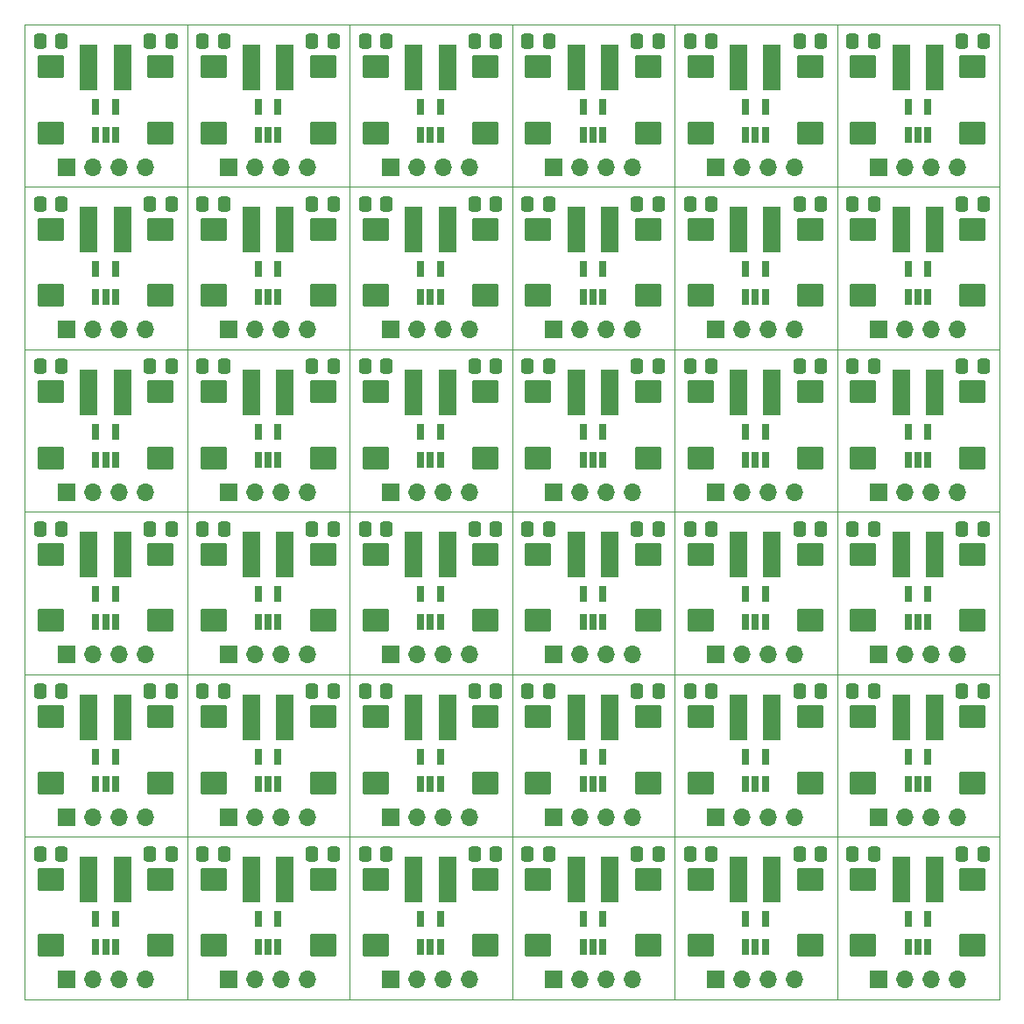
<source format=gbr>
%TF.GenerationSoftware,KiCad,Pcbnew,6.0.11-2627ca5db0~126~ubuntu20.04.1*%
%TF.CreationDate,2023-04-18T12:28:58-05:00*%
%TF.ProjectId,,58585858-5858-4585-9858-585858585858,rev?*%
%TF.SameCoordinates,Original*%
%TF.FileFunction,Soldermask,Top*%
%TF.FilePolarity,Negative*%
%FSLAX46Y46*%
G04 Gerber Fmt 4.6, Leading zero omitted, Abs format (unit mm)*
G04 Created by KiCad (PCBNEW 6.0.11-2627ca5db0~126~ubuntu20.04.1) date 2023-04-18 12:28:58*
%MOMM*%
%LPD*%
G01*
G04 APERTURE LIST*
G04 Aperture macros list*
%AMRoundRect*
0 Rectangle with rounded corners*
0 $1 Rounding radius*
0 $2 $3 $4 $5 $6 $7 $8 $9 X,Y pos of 4 corners*
0 Add a 4 corners polygon primitive as box body*
4,1,4,$2,$3,$4,$5,$6,$7,$8,$9,$2,$3,0*
0 Add four circle primitives for the rounded corners*
1,1,$1+$1,$2,$3*
1,1,$1+$1,$4,$5*
1,1,$1+$1,$6,$7*
1,1,$1+$1,$8,$9*
0 Add four rect primitives between the rounded corners*
20,1,$1+$1,$2,$3,$4,$5,0*
20,1,$1+$1,$4,$5,$6,$7,0*
20,1,$1+$1,$6,$7,$8,$9,0*
20,1,$1+$1,$8,$9,$2,$3,0*%
G04 Aperture macros list end*
%TA.AperFunction,Profile*%
%ADD10C,0.100000*%
%TD*%
%ADD11RoundRect,0.250000X-0.337500X-0.475000X0.337500X-0.475000X0.337500X0.475000X-0.337500X0.475000X0*%
%ADD12RoundRect,0.250000X-1.025000X0.875000X-1.025000X-0.875000X1.025000X-0.875000X1.025000X0.875000X0*%
%ADD13R,1.750000X4.500000*%
%ADD14R,0.650000X1.560000*%
%ADD15RoundRect,0.250000X0.337500X0.475000X-0.337500X0.475000X-0.337500X-0.475000X0.337500X-0.475000X0*%
%ADD16R,1.700000X1.700000*%
%ADD17O,1.700000X1.700000*%
G04 APERTURE END LIST*
D10*
X178020000Y-126760000D02*
X178020000Y-142460000D01*
X162320000Y-126760000D02*
X162320000Y-142460000D01*
X162320000Y-142460000D02*
X178020000Y-142460000D01*
X162320000Y-126760000D02*
X178020000Y-126760000D01*
X162320000Y-126760000D02*
X162320000Y-142460000D01*
X146620000Y-126760000D02*
X146620000Y-142460000D01*
X146620000Y-142460000D02*
X162320000Y-142460000D01*
X146620000Y-126760000D02*
X162320000Y-126760000D01*
X146620000Y-126760000D02*
X146620000Y-142460000D01*
X130920000Y-126760000D02*
X130920000Y-142460000D01*
X130920000Y-142460000D02*
X146620000Y-142460000D01*
X130920000Y-126760000D02*
X146620000Y-126760000D01*
X130920000Y-126760000D02*
X130920000Y-142460000D01*
X115220000Y-126760000D02*
X115220000Y-142460000D01*
X115220000Y-142460000D02*
X130920000Y-142460000D01*
X115220000Y-126760000D02*
X130920000Y-126760000D01*
X115220000Y-126760000D02*
X115220000Y-142460000D01*
X99520000Y-126760000D02*
X99520000Y-142460000D01*
X99520000Y-142460000D02*
X115220000Y-142460000D01*
X99520000Y-126760000D02*
X115220000Y-126760000D01*
X99520000Y-126760000D02*
X99520000Y-142460000D01*
X83820000Y-126760000D02*
X83820000Y-142460000D01*
X83820000Y-142460000D02*
X99520000Y-142460000D01*
X83820000Y-126760000D02*
X99520000Y-126760000D01*
X178020000Y-111060000D02*
X178020000Y-126760000D01*
X162320000Y-111060000D02*
X162320000Y-126760000D01*
X162320000Y-126760000D02*
X178020000Y-126760000D01*
X162320000Y-111060000D02*
X178020000Y-111060000D01*
X162320000Y-111060000D02*
X162320000Y-126760000D01*
X146620000Y-111060000D02*
X146620000Y-126760000D01*
X146620000Y-126760000D02*
X162320000Y-126760000D01*
X146620000Y-111060000D02*
X162320000Y-111060000D01*
X146620000Y-111060000D02*
X146620000Y-126760000D01*
X130920000Y-111060000D02*
X130920000Y-126760000D01*
X130920000Y-126760000D02*
X146620000Y-126760000D01*
X130920000Y-111060000D02*
X146620000Y-111060000D01*
X130920000Y-111060000D02*
X130920000Y-126760000D01*
X115220000Y-111060000D02*
X115220000Y-126760000D01*
X115220000Y-126760000D02*
X130920000Y-126760000D01*
X115220000Y-111060000D02*
X130920000Y-111060000D01*
X115220000Y-111060000D02*
X115220000Y-126760000D01*
X99520000Y-111060000D02*
X99520000Y-126760000D01*
X99520000Y-126760000D02*
X115220000Y-126760000D01*
X99520000Y-111060000D02*
X115220000Y-111060000D01*
X99520000Y-111060000D02*
X99520000Y-126760000D01*
X83820000Y-111060000D02*
X83820000Y-126760000D01*
X83820000Y-126760000D02*
X99520000Y-126760000D01*
X83820000Y-111060000D02*
X99520000Y-111060000D01*
X178020000Y-95360000D02*
X178020000Y-111060000D01*
X162320000Y-95360000D02*
X162320000Y-111060000D01*
X162320000Y-111060000D02*
X178020000Y-111060000D01*
X162320000Y-95360000D02*
X178020000Y-95360000D01*
X162320000Y-95360000D02*
X162320000Y-111060000D01*
X146620000Y-95360000D02*
X146620000Y-111060000D01*
X146620000Y-111060000D02*
X162320000Y-111060000D01*
X146620000Y-95360000D02*
X162320000Y-95360000D01*
X146620000Y-95360000D02*
X146620000Y-111060000D01*
X130920000Y-95360000D02*
X130920000Y-111060000D01*
X130920000Y-111060000D02*
X146620000Y-111060000D01*
X130920000Y-95360000D02*
X146620000Y-95360000D01*
X130920000Y-95360000D02*
X130920000Y-111060000D01*
X115220000Y-95360000D02*
X115220000Y-111060000D01*
X115220000Y-111060000D02*
X130920000Y-111060000D01*
X115220000Y-95360000D02*
X130920000Y-95360000D01*
X115220000Y-95360000D02*
X115220000Y-111060000D01*
X99520000Y-95360000D02*
X99520000Y-111060000D01*
X99520000Y-111060000D02*
X115220000Y-111060000D01*
X99520000Y-95360000D02*
X115220000Y-95360000D01*
X99520000Y-95360000D02*
X99520000Y-111060000D01*
X83820000Y-95360000D02*
X83820000Y-111060000D01*
X83820000Y-111060000D02*
X99520000Y-111060000D01*
X83820000Y-95360000D02*
X99520000Y-95360000D01*
X178020000Y-79660000D02*
X178020000Y-95360000D01*
X162320000Y-79660000D02*
X162320000Y-95360000D01*
X162320000Y-95360000D02*
X178020000Y-95360000D01*
X162320000Y-79660000D02*
X178020000Y-79660000D01*
X162320000Y-79660000D02*
X162320000Y-95360000D01*
X146620000Y-79660000D02*
X146620000Y-95360000D01*
X146620000Y-95360000D02*
X162320000Y-95360000D01*
X146620000Y-79660000D02*
X162320000Y-79660000D01*
X146620000Y-79660000D02*
X146620000Y-95360000D01*
X130920000Y-79660000D02*
X130920000Y-95360000D01*
X130920000Y-95360000D02*
X146620000Y-95360000D01*
X130920000Y-79660000D02*
X146620000Y-79660000D01*
X130920000Y-79660000D02*
X130920000Y-95360000D01*
X115220000Y-79660000D02*
X115220000Y-95360000D01*
X115220000Y-95360000D02*
X130920000Y-95360000D01*
X115220000Y-79660000D02*
X130920000Y-79660000D01*
X115220000Y-79660000D02*
X115220000Y-95360000D01*
X99520000Y-79660000D02*
X99520000Y-95360000D01*
X99520000Y-95360000D02*
X115220000Y-95360000D01*
X99520000Y-79660000D02*
X115220000Y-79660000D01*
X99520000Y-79660000D02*
X99520000Y-95360000D01*
X83820000Y-79660000D02*
X83820000Y-95360000D01*
X83820000Y-95360000D02*
X99520000Y-95360000D01*
X83820000Y-79660000D02*
X99520000Y-79660000D01*
X178020000Y-63960000D02*
X178020000Y-79660000D01*
X162320000Y-63960000D02*
X162320000Y-79660000D01*
X162320000Y-79660000D02*
X178020000Y-79660000D01*
X162320000Y-63960000D02*
X178020000Y-63960000D01*
X162320000Y-63960000D02*
X162320000Y-79660000D01*
X146620000Y-63960000D02*
X146620000Y-79660000D01*
X146620000Y-79660000D02*
X162320000Y-79660000D01*
X146620000Y-63960000D02*
X162320000Y-63960000D01*
X146620000Y-63960000D02*
X146620000Y-79660000D01*
X130920000Y-63960000D02*
X130920000Y-79660000D01*
X130920000Y-79660000D02*
X146620000Y-79660000D01*
X130920000Y-63960000D02*
X146620000Y-63960000D01*
X130920000Y-63960000D02*
X130920000Y-79660000D01*
X115220000Y-63960000D02*
X115220000Y-79660000D01*
X115220000Y-79660000D02*
X130920000Y-79660000D01*
X115220000Y-63960000D02*
X130920000Y-63960000D01*
X115220000Y-63960000D02*
X115220000Y-79660000D01*
X99520000Y-63960000D02*
X99520000Y-79660000D01*
X99520000Y-79660000D02*
X115220000Y-79660000D01*
X99520000Y-63960000D02*
X115220000Y-63960000D01*
X99520000Y-63960000D02*
X99520000Y-79660000D01*
X83820000Y-63960000D02*
X83820000Y-79660000D01*
X83820000Y-79660000D02*
X99520000Y-79660000D01*
X83820000Y-63960000D02*
X99520000Y-63960000D01*
X178020000Y-48260000D02*
X178020000Y-63960000D01*
X162320000Y-48260000D02*
X162320000Y-63960000D01*
X162320000Y-63960000D02*
X178020000Y-63960000D01*
X162320000Y-48260000D02*
X178020000Y-48260000D01*
X162320000Y-48260000D02*
X162320000Y-63960000D01*
X146620000Y-48260000D02*
X146620000Y-63960000D01*
X146620000Y-63960000D02*
X162320000Y-63960000D01*
X146620000Y-48260000D02*
X162320000Y-48260000D01*
X146620000Y-48260000D02*
X146620000Y-63960000D01*
X130920000Y-48260000D02*
X130920000Y-63960000D01*
X130920000Y-63960000D02*
X146620000Y-63960000D01*
X130920000Y-48260000D02*
X146620000Y-48260000D01*
X130920000Y-48260000D02*
X130920000Y-63960000D01*
X115220000Y-48260000D02*
X115220000Y-63960000D01*
X115220000Y-63960000D02*
X130920000Y-63960000D01*
X115220000Y-48260000D02*
X130920000Y-48260000D01*
X115220000Y-48260000D02*
X115220000Y-63960000D01*
X99520000Y-48260000D02*
X99520000Y-63960000D01*
X99520000Y-63960000D02*
X115220000Y-63960000D01*
X99520000Y-48260000D02*
X115220000Y-48260000D01*
X99520000Y-48260000D02*
X99520000Y-63960000D01*
X83820000Y-48260000D02*
X83820000Y-63960000D01*
X83820000Y-48260000D02*
X99520000Y-48260000D01*
X83820000Y-63960000D02*
X99520000Y-63960000D01*
D11*
%TO.C,C3*%
X163798500Y-128410000D03*
X165873500Y-128410000D03*
%TD*%
D12*
%TO.C,C2*%
X164836000Y-130860000D03*
X164836000Y-137260000D03*
%TD*%
D13*
%TO.C,L1*%
X171745000Y-130900000D03*
X168495000Y-130900000D03*
%TD*%
D14*
%TO.C,U1*%
X169170000Y-137410000D03*
X170120000Y-137410000D03*
X171070000Y-137410000D03*
X171070000Y-134710000D03*
X169170000Y-134710000D03*
%TD*%
D12*
%TO.C,C1*%
X175428000Y-130860000D03*
X175428000Y-137260000D03*
%TD*%
D15*
%TO.C,C4*%
X176465500Y-128410000D03*
X174390500Y-128410000D03*
%TD*%
D16*
%TO.C,J1*%
X166307000Y-140560000D03*
D17*
X168847000Y-140560000D03*
X171387000Y-140560000D03*
X173927000Y-140560000D03*
%TD*%
D11*
%TO.C,C3*%
X148098500Y-128410000D03*
X150173500Y-128410000D03*
%TD*%
D12*
%TO.C,C2*%
X149136000Y-130860000D03*
X149136000Y-137260000D03*
%TD*%
D13*
%TO.C,L1*%
X156045000Y-130900000D03*
X152795000Y-130900000D03*
%TD*%
D14*
%TO.C,U1*%
X153470000Y-137410000D03*
X154420000Y-137410000D03*
X155370000Y-137410000D03*
X155370000Y-134710000D03*
X153470000Y-134710000D03*
%TD*%
D12*
%TO.C,C1*%
X159728000Y-130860000D03*
X159728000Y-137260000D03*
%TD*%
D15*
%TO.C,C4*%
X160765500Y-128410000D03*
X158690500Y-128410000D03*
%TD*%
D16*
%TO.C,J1*%
X150607000Y-140560000D03*
D17*
X153147000Y-140560000D03*
X155687000Y-140560000D03*
X158227000Y-140560000D03*
%TD*%
D11*
%TO.C,C3*%
X132398500Y-128410000D03*
X134473500Y-128410000D03*
%TD*%
D12*
%TO.C,C2*%
X133436000Y-130860000D03*
X133436000Y-137260000D03*
%TD*%
D13*
%TO.C,L1*%
X140345000Y-130900000D03*
X137095000Y-130900000D03*
%TD*%
D14*
%TO.C,U1*%
X137770000Y-137410000D03*
X138720000Y-137410000D03*
X139670000Y-137410000D03*
X139670000Y-134710000D03*
X137770000Y-134710000D03*
%TD*%
D12*
%TO.C,C1*%
X144028000Y-130860000D03*
X144028000Y-137260000D03*
%TD*%
D15*
%TO.C,C4*%
X145065500Y-128410000D03*
X142990500Y-128410000D03*
%TD*%
D16*
%TO.C,J1*%
X134907000Y-140560000D03*
D17*
X137447000Y-140560000D03*
X139987000Y-140560000D03*
X142527000Y-140560000D03*
%TD*%
D11*
%TO.C,C3*%
X116698500Y-128410000D03*
X118773500Y-128410000D03*
%TD*%
D12*
%TO.C,C2*%
X117736000Y-130860000D03*
X117736000Y-137260000D03*
%TD*%
D13*
%TO.C,L1*%
X124645000Y-130900000D03*
X121395000Y-130900000D03*
%TD*%
D14*
%TO.C,U1*%
X122070000Y-137410000D03*
X123020000Y-137410000D03*
X123970000Y-137410000D03*
X123970000Y-134710000D03*
X122070000Y-134710000D03*
%TD*%
D12*
%TO.C,C1*%
X128328000Y-130860000D03*
X128328000Y-137260000D03*
%TD*%
D15*
%TO.C,C4*%
X129365500Y-128410000D03*
X127290500Y-128410000D03*
%TD*%
D16*
%TO.C,J1*%
X119207000Y-140560000D03*
D17*
X121747000Y-140560000D03*
X124287000Y-140560000D03*
X126827000Y-140560000D03*
%TD*%
D11*
%TO.C,C3*%
X100998500Y-128410000D03*
X103073500Y-128410000D03*
%TD*%
D12*
%TO.C,C2*%
X102036000Y-130860000D03*
X102036000Y-137260000D03*
%TD*%
D13*
%TO.C,L1*%
X108945000Y-130900000D03*
X105695000Y-130900000D03*
%TD*%
D14*
%TO.C,U1*%
X106370000Y-137410000D03*
X107320000Y-137410000D03*
X108270000Y-137410000D03*
X108270000Y-134710000D03*
X106370000Y-134710000D03*
%TD*%
D12*
%TO.C,C1*%
X112628000Y-130860000D03*
X112628000Y-137260000D03*
%TD*%
D15*
%TO.C,C4*%
X113665500Y-128410000D03*
X111590500Y-128410000D03*
%TD*%
D16*
%TO.C,J1*%
X103507000Y-140560000D03*
D17*
X106047000Y-140560000D03*
X108587000Y-140560000D03*
X111127000Y-140560000D03*
%TD*%
D11*
%TO.C,C3*%
X85298500Y-128410000D03*
X87373500Y-128410000D03*
%TD*%
D12*
%TO.C,C2*%
X86336000Y-130860000D03*
X86336000Y-137260000D03*
%TD*%
D13*
%TO.C,L1*%
X93245000Y-130900000D03*
X89995000Y-130900000D03*
%TD*%
D14*
%TO.C,U1*%
X90670000Y-137410000D03*
X91620000Y-137410000D03*
X92570000Y-137410000D03*
X92570000Y-134710000D03*
X90670000Y-134710000D03*
%TD*%
D12*
%TO.C,C1*%
X96928000Y-130860000D03*
X96928000Y-137260000D03*
%TD*%
D15*
%TO.C,C4*%
X97965500Y-128410000D03*
X95890500Y-128410000D03*
%TD*%
D16*
%TO.C,J1*%
X87807000Y-140560000D03*
D17*
X90347000Y-140560000D03*
X92887000Y-140560000D03*
X95427000Y-140560000D03*
%TD*%
D11*
%TO.C,C3*%
X163798500Y-112710000D03*
X165873500Y-112710000D03*
%TD*%
D12*
%TO.C,C2*%
X164836000Y-115160000D03*
X164836000Y-121560000D03*
%TD*%
D13*
%TO.C,L1*%
X171745000Y-115200000D03*
X168495000Y-115200000D03*
%TD*%
D14*
%TO.C,U1*%
X169170000Y-121710000D03*
X170120000Y-121710000D03*
X171070000Y-121710000D03*
X171070000Y-119010000D03*
X169170000Y-119010000D03*
%TD*%
D12*
%TO.C,C1*%
X175428000Y-115160000D03*
X175428000Y-121560000D03*
%TD*%
D15*
%TO.C,C4*%
X176465500Y-112710000D03*
X174390500Y-112710000D03*
%TD*%
D16*
%TO.C,J1*%
X166307000Y-124860000D03*
D17*
X168847000Y-124860000D03*
X171387000Y-124860000D03*
X173927000Y-124860000D03*
%TD*%
D11*
%TO.C,C3*%
X148098500Y-112710000D03*
X150173500Y-112710000D03*
%TD*%
D12*
%TO.C,C2*%
X149136000Y-115160000D03*
X149136000Y-121560000D03*
%TD*%
D13*
%TO.C,L1*%
X156045000Y-115200000D03*
X152795000Y-115200000D03*
%TD*%
D14*
%TO.C,U1*%
X153470000Y-121710000D03*
X154420000Y-121710000D03*
X155370000Y-121710000D03*
X155370000Y-119010000D03*
X153470000Y-119010000D03*
%TD*%
D12*
%TO.C,C1*%
X159728000Y-115160000D03*
X159728000Y-121560000D03*
%TD*%
D15*
%TO.C,C4*%
X160765500Y-112710000D03*
X158690500Y-112710000D03*
%TD*%
D16*
%TO.C,J1*%
X150607000Y-124860000D03*
D17*
X153147000Y-124860000D03*
X155687000Y-124860000D03*
X158227000Y-124860000D03*
%TD*%
D11*
%TO.C,C3*%
X132398500Y-112710000D03*
X134473500Y-112710000D03*
%TD*%
D12*
%TO.C,C2*%
X133436000Y-115160000D03*
X133436000Y-121560000D03*
%TD*%
D13*
%TO.C,L1*%
X140345000Y-115200000D03*
X137095000Y-115200000D03*
%TD*%
D14*
%TO.C,U1*%
X137770000Y-121710000D03*
X138720000Y-121710000D03*
X139670000Y-121710000D03*
X139670000Y-119010000D03*
X137770000Y-119010000D03*
%TD*%
D12*
%TO.C,C1*%
X144028000Y-115160000D03*
X144028000Y-121560000D03*
%TD*%
D15*
%TO.C,C4*%
X145065500Y-112710000D03*
X142990500Y-112710000D03*
%TD*%
D16*
%TO.C,J1*%
X134907000Y-124860000D03*
D17*
X137447000Y-124860000D03*
X139987000Y-124860000D03*
X142527000Y-124860000D03*
%TD*%
D11*
%TO.C,C3*%
X116698500Y-112710000D03*
X118773500Y-112710000D03*
%TD*%
D12*
%TO.C,C2*%
X117736000Y-115160000D03*
X117736000Y-121560000D03*
%TD*%
D13*
%TO.C,L1*%
X124645000Y-115200000D03*
X121395000Y-115200000D03*
%TD*%
D14*
%TO.C,U1*%
X122070000Y-121710000D03*
X123020000Y-121710000D03*
X123970000Y-121710000D03*
X123970000Y-119010000D03*
X122070000Y-119010000D03*
%TD*%
D12*
%TO.C,C1*%
X128328000Y-115160000D03*
X128328000Y-121560000D03*
%TD*%
D15*
%TO.C,C4*%
X129365500Y-112710000D03*
X127290500Y-112710000D03*
%TD*%
D16*
%TO.C,J1*%
X119207000Y-124860000D03*
D17*
X121747000Y-124860000D03*
X124287000Y-124860000D03*
X126827000Y-124860000D03*
%TD*%
D11*
%TO.C,C3*%
X100998500Y-112710000D03*
X103073500Y-112710000D03*
%TD*%
D12*
%TO.C,C2*%
X102036000Y-115160000D03*
X102036000Y-121560000D03*
%TD*%
D13*
%TO.C,L1*%
X108945000Y-115200000D03*
X105695000Y-115200000D03*
%TD*%
D14*
%TO.C,U1*%
X106370000Y-121710000D03*
X107320000Y-121710000D03*
X108270000Y-121710000D03*
X108270000Y-119010000D03*
X106370000Y-119010000D03*
%TD*%
D12*
%TO.C,C1*%
X112628000Y-115160000D03*
X112628000Y-121560000D03*
%TD*%
D15*
%TO.C,C4*%
X113665500Y-112710000D03*
X111590500Y-112710000D03*
%TD*%
D16*
%TO.C,J1*%
X103507000Y-124860000D03*
D17*
X106047000Y-124860000D03*
X108587000Y-124860000D03*
X111127000Y-124860000D03*
%TD*%
D11*
%TO.C,C3*%
X85298500Y-112710000D03*
X87373500Y-112710000D03*
%TD*%
D12*
%TO.C,C2*%
X86336000Y-115160000D03*
X86336000Y-121560000D03*
%TD*%
D13*
%TO.C,L1*%
X93245000Y-115200000D03*
X89995000Y-115200000D03*
%TD*%
D14*
%TO.C,U1*%
X90670000Y-121710000D03*
X91620000Y-121710000D03*
X92570000Y-121710000D03*
X92570000Y-119010000D03*
X90670000Y-119010000D03*
%TD*%
D12*
%TO.C,C1*%
X96928000Y-115160000D03*
X96928000Y-121560000D03*
%TD*%
D15*
%TO.C,C4*%
X97965500Y-112710000D03*
X95890500Y-112710000D03*
%TD*%
D16*
%TO.C,J1*%
X87807000Y-124860000D03*
D17*
X90347000Y-124860000D03*
X92887000Y-124860000D03*
X95427000Y-124860000D03*
%TD*%
D11*
%TO.C,C3*%
X163798500Y-97010000D03*
X165873500Y-97010000D03*
%TD*%
D12*
%TO.C,C2*%
X164836000Y-99460000D03*
X164836000Y-105860000D03*
%TD*%
D13*
%TO.C,L1*%
X171745000Y-99500000D03*
X168495000Y-99500000D03*
%TD*%
D14*
%TO.C,U1*%
X169170000Y-106010000D03*
X170120000Y-106010000D03*
X171070000Y-106010000D03*
X171070000Y-103310000D03*
X169170000Y-103310000D03*
%TD*%
D12*
%TO.C,C1*%
X175428000Y-99460000D03*
X175428000Y-105860000D03*
%TD*%
D15*
%TO.C,C4*%
X176465500Y-97010000D03*
X174390500Y-97010000D03*
%TD*%
D16*
%TO.C,J1*%
X166307000Y-109160000D03*
D17*
X168847000Y-109160000D03*
X171387000Y-109160000D03*
X173927000Y-109160000D03*
%TD*%
D11*
%TO.C,C3*%
X148098500Y-97010000D03*
X150173500Y-97010000D03*
%TD*%
D12*
%TO.C,C2*%
X149136000Y-99460000D03*
X149136000Y-105860000D03*
%TD*%
D13*
%TO.C,L1*%
X156045000Y-99500000D03*
X152795000Y-99500000D03*
%TD*%
D14*
%TO.C,U1*%
X153470000Y-106010000D03*
X154420000Y-106010000D03*
X155370000Y-106010000D03*
X155370000Y-103310000D03*
X153470000Y-103310000D03*
%TD*%
D12*
%TO.C,C1*%
X159728000Y-99460000D03*
X159728000Y-105860000D03*
%TD*%
D15*
%TO.C,C4*%
X160765500Y-97010000D03*
X158690500Y-97010000D03*
%TD*%
D16*
%TO.C,J1*%
X150607000Y-109160000D03*
D17*
X153147000Y-109160000D03*
X155687000Y-109160000D03*
X158227000Y-109160000D03*
%TD*%
D11*
%TO.C,C3*%
X132398500Y-97010000D03*
X134473500Y-97010000D03*
%TD*%
D12*
%TO.C,C2*%
X133436000Y-99460000D03*
X133436000Y-105860000D03*
%TD*%
D13*
%TO.C,L1*%
X140345000Y-99500000D03*
X137095000Y-99500000D03*
%TD*%
D14*
%TO.C,U1*%
X137770000Y-106010000D03*
X138720000Y-106010000D03*
X139670000Y-106010000D03*
X139670000Y-103310000D03*
X137770000Y-103310000D03*
%TD*%
D12*
%TO.C,C1*%
X144028000Y-99460000D03*
X144028000Y-105860000D03*
%TD*%
D15*
%TO.C,C4*%
X145065500Y-97010000D03*
X142990500Y-97010000D03*
%TD*%
D16*
%TO.C,J1*%
X134907000Y-109160000D03*
D17*
X137447000Y-109160000D03*
X139987000Y-109160000D03*
X142527000Y-109160000D03*
%TD*%
D11*
%TO.C,C3*%
X116698500Y-97010000D03*
X118773500Y-97010000D03*
%TD*%
D12*
%TO.C,C2*%
X117736000Y-99460000D03*
X117736000Y-105860000D03*
%TD*%
D13*
%TO.C,L1*%
X124645000Y-99500000D03*
X121395000Y-99500000D03*
%TD*%
D14*
%TO.C,U1*%
X122070000Y-106010000D03*
X123020000Y-106010000D03*
X123970000Y-106010000D03*
X123970000Y-103310000D03*
X122070000Y-103310000D03*
%TD*%
D12*
%TO.C,C1*%
X128328000Y-99460000D03*
X128328000Y-105860000D03*
%TD*%
D15*
%TO.C,C4*%
X129365500Y-97010000D03*
X127290500Y-97010000D03*
%TD*%
D16*
%TO.C,J1*%
X119207000Y-109160000D03*
D17*
X121747000Y-109160000D03*
X124287000Y-109160000D03*
X126827000Y-109160000D03*
%TD*%
D11*
%TO.C,C3*%
X100998500Y-97010000D03*
X103073500Y-97010000D03*
%TD*%
D12*
%TO.C,C2*%
X102036000Y-99460000D03*
X102036000Y-105860000D03*
%TD*%
D13*
%TO.C,L1*%
X108945000Y-99500000D03*
X105695000Y-99500000D03*
%TD*%
D14*
%TO.C,U1*%
X106370000Y-106010000D03*
X107320000Y-106010000D03*
X108270000Y-106010000D03*
X108270000Y-103310000D03*
X106370000Y-103310000D03*
%TD*%
D12*
%TO.C,C1*%
X112628000Y-99460000D03*
X112628000Y-105860000D03*
%TD*%
D15*
%TO.C,C4*%
X113665500Y-97010000D03*
X111590500Y-97010000D03*
%TD*%
D16*
%TO.C,J1*%
X103507000Y-109160000D03*
D17*
X106047000Y-109160000D03*
X108587000Y-109160000D03*
X111127000Y-109160000D03*
%TD*%
D11*
%TO.C,C3*%
X85298500Y-97010000D03*
X87373500Y-97010000D03*
%TD*%
D12*
%TO.C,C2*%
X86336000Y-99460000D03*
X86336000Y-105860000D03*
%TD*%
D13*
%TO.C,L1*%
X93245000Y-99500000D03*
X89995000Y-99500000D03*
%TD*%
D14*
%TO.C,U1*%
X90670000Y-106010000D03*
X91620000Y-106010000D03*
X92570000Y-106010000D03*
X92570000Y-103310000D03*
X90670000Y-103310000D03*
%TD*%
D12*
%TO.C,C1*%
X96928000Y-99460000D03*
X96928000Y-105860000D03*
%TD*%
D15*
%TO.C,C4*%
X97965500Y-97010000D03*
X95890500Y-97010000D03*
%TD*%
D16*
%TO.C,J1*%
X87807000Y-109160000D03*
D17*
X90347000Y-109160000D03*
X92887000Y-109160000D03*
X95427000Y-109160000D03*
%TD*%
D11*
%TO.C,C3*%
X163798500Y-81310000D03*
X165873500Y-81310000D03*
%TD*%
D12*
%TO.C,C2*%
X164836000Y-83760000D03*
X164836000Y-90160000D03*
%TD*%
D13*
%TO.C,L1*%
X171745000Y-83800000D03*
X168495000Y-83800000D03*
%TD*%
D14*
%TO.C,U1*%
X169170000Y-90310000D03*
X170120000Y-90310000D03*
X171070000Y-90310000D03*
X171070000Y-87610000D03*
X169170000Y-87610000D03*
%TD*%
D12*
%TO.C,C1*%
X175428000Y-83760000D03*
X175428000Y-90160000D03*
%TD*%
D15*
%TO.C,C4*%
X176465500Y-81310000D03*
X174390500Y-81310000D03*
%TD*%
D16*
%TO.C,J1*%
X166307000Y-93460000D03*
D17*
X168847000Y-93460000D03*
X171387000Y-93460000D03*
X173927000Y-93460000D03*
%TD*%
D11*
%TO.C,C3*%
X148098500Y-81310000D03*
X150173500Y-81310000D03*
%TD*%
D12*
%TO.C,C2*%
X149136000Y-83760000D03*
X149136000Y-90160000D03*
%TD*%
D13*
%TO.C,L1*%
X156045000Y-83800000D03*
X152795000Y-83800000D03*
%TD*%
D14*
%TO.C,U1*%
X153470000Y-90310000D03*
X154420000Y-90310000D03*
X155370000Y-90310000D03*
X155370000Y-87610000D03*
X153470000Y-87610000D03*
%TD*%
D12*
%TO.C,C1*%
X159728000Y-83760000D03*
X159728000Y-90160000D03*
%TD*%
D15*
%TO.C,C4*%
X160765500Y-81310000D03*
X158690500Y-81310000D03*
%TD*%
D16*
%TO.C,J1*%
X150607000Y-93460000D03*
D17*
X153147000Y-93460000D03*
X155687000Y-93460000D03*
X158227000Y-93460000D03*
%TD*%
D11*
%TO.C,C3*%
X132398500Y-81310000D03*
X134473500Y-81310000D03*
%TD*%
D12*
%TO.C,C2*%
X133436000Y-83760000D03*
X133436000Y-90160000D03*
%TD*%
D13*
%TO.C,L1*%
X140345000Y-83800000D03*
X137095000Y-83800000D03*
%TD*%
D14*
%TO.C,U1*%
X137770000Y-90310000D03*
X138720000Y-90310000D03*
X139670000Y-90310000D03*
X139670000Y-87610000D03*
X137770000Y-87610000D03*
%TD*%
D12*
%TO.C,C1*%
X144028000Y-83760000D03*
X144028000Y-90160000D03*
%TD*%
D15*
%TO.C,C4*%
X145065500Y-81310000D03*
X142990500Y-81310000D03*
%TD*%
D16*
%TO.C,J1*%
X134907000Y-93460000D03*
D17*
X137447000Y-93460000D03*
X139987000Y-93460000D03*
X142527000Y-93460000D03*
%TD*%
D11*
%TO.C,C3*%
X116698500Y-81310000D03*
X118773500Y-81310000D03*
%TD*%
D12*
%TO.C,C2*%
X117736000Y-83760000D03*
X117736000Y-90160000D03*
%TD*%
D13*
%TO.C,L1*%
X124645000Y-83800000D03*
X121395000Y-83800000D03*
%TD*%
D14*
%TO.C,U1*%
X122070000Y-90310000D03*
X123020000Y-90310000D03*
X123970000Y-90310000D03*
X123970000Y-87610000D03*
X122070000Y-87610000D03*
%TD*%
D12*
%TO.C,C1*%
X128328000Y-83760000D03*
X128328000Y-90160000D03*
%TD*%
D15*
%TO.C,C4*%
X129365500Y-81310000D03*
X127290500Y-81310000D03*
%TD*%
D16*
%TO.C,J1*%
X119207000Y-93460000D03*
D17*
X121747000Y-93460000D03*
X124287000Y-93460000D03*
X126827000Y-93460000D03*
%TD*%
D11*
%TO.C,C3*%
X100998500Y-81310000D03*
X103073500Y-81310000D03*
%TD*%
D12*
%TO.C,C2*%
X102036000Y-83760000D03*
X102036000Y-90160000D03*
%TD*%
D13*
%TO.C,L1*%
X108945000Y-83800000D03*
X105695000Y-83800000D03*
%TD*%
D14*
%TO.C,U1*%
X106370000Y-90310000D03*
X107320000Y-90310000D03*
X108270000Y-90310000D03*
X108270000Y-87610000D03*
X106370000Y-87610000D03*
%TD*%
D12*
%TO.C,C1*%
X112628000Y-83760000D03*
X112628000Y-90160000D03*
%TD*%
D15*
%TO.C,C4*%
X113665500Y-81310000D03*
X111590500Y-81310000D03*
%TD*%
D16*
%TO.C,J1*%
X103507000Y-93460000D03*
D17*
X106047000Y-93460000D03*
X108587000Y-93460000D03*
X111127000Y-93460000D03*
%TD*%
D11*
%TO.C,C3*%
X85298500Y-81310000D03*
X87373500Y-81310000D03*
%TD*%
D12*
%TO.C,C2*%
X86336000Y-83760000D03*
X86336000Y-90160000D03*
%TD*%
D13*
%TO.C,L1*%
X93245000Y-83800000D03*
X89995000Y-83800000D03*
%TD*%
D14*
%TO.C,U1*%
X90670000Y-90310000D03*
X91620000Y-90310000D03*
X92570000Y-90310000D03*
X92570000Y-87610000D03*
X90670000Y-87610000D03*
%TD*%
D12*
%TO.C,C1*%
X96928000Y-83760000D03*
X96928000Y-90160000D03*
%TD*%
D15*
%TO.C,C4*%
X97965500Y-81310000D03*
X95890500Y-81310000D03*
%TD*%
D16*
%TO.C,J1*%
X87807000Y-93460000D03*
D17*
X90347000Y-93460000D03*
X92887000Y-93460000D03*
X95427000Y-93460000D03*
%TD*%
D11*
%TO.C,C3*%
X163798500Y-65610000D03*
X165873500Y-65610000D03*
%TD*%
D12*
%TO.C,C2*%
X164836000Y-68060000D03*
X164836000Y-74460000D03*
%TD*%
D13*
%TO.C,L1*%
X171745000Y-68100000D03*
X168495000Y-68100000D03*
%TD*%
D14*
%TO.C,U1*%
X169170000Y-74610000D03*
X170120000Y-74610000D03*
X171070000Y-74610000D03*
X171070000Y-71910000D03*
X169170000Y-71910000D03*
%TD*%
D12*
%TO.C,C1*%
X175428000Y-68060000D03*
X175428000Y-74460000D03*
%TD*%
D15*
%TO.C,C4*%
X176465500Y-65610000D03*
X174390500Y-65610000D03*
%TD*%
D16*
%TO.C,J1*%
X166307000Y-77760000D03*
D17*
X168847000Y-77760000D03*
X171387000Y-77760000D03*
X173927000Y-77760000D03*
%TD*%
D11*
%TO.C,C3*%
X148098500Y-65610000D03*
X150173500Y-65610000D03*
%TD*%
D12*
%TO.C,C2*%
X149136000Y-68060000D03*
X149136000Y-74460000D03*
%TD*%
D13*
%TO.C,L1*%
X156045000Y-68100000D03*
X152795000Y-68100000D03*
%TD*%
D14*
%TO.C,U1*%
X153470000Y-74610000D03*
X154420000Y-74610000D03*
X155370000Y-74610000D03*
X155370000Y-71910000D03*
X153470000Y-71910000D03*
%TD*%
D12*
%TO.C,C1*%
X159728000Y-68060000D03*
X159728000Y-74460000D03*
%TD*%
D15*
%TO.C,C4*%
X160765500Y-65610000D03*
X158690500Y-65610000D03*
%TD*%
D16*
%TO.C,J1*%
X150607000Y-77760000D03*
D17*
X153147000Y-77760000D03*
X155687000Y-77760000D03*
X158227000Y-77760000D03*
%TD*%
D11*
%TO.C,C3*%
X132398500Y-65610000D03*
X134473500Y-65610000D03*
%TD*%
D12*
%TO.C,C2*%
X133436000Y-68060000D03*
X133436000Y-74460000D03*
%TD*%
D13*
%TO.C,L1*%
X140345000Y-68100000D03*
X137095000Y-68100000D03*
%TD*%
D14*
%TO.C,U1*%
X137770000Y-74610000D03*
X138720000Y-74610000D03*
X139670000Y-74610000D03*
X139670000Y-71910000D03*
X137770000Y-71910000D03*
%TD*%
D12*
%TO.C,C1*%
X144028000Y-68060000D03*
X144028000Y-74460000D03*
%TD*%
D15*
%TO.C,C4*%
X145065500Y-65610000D03*
X142990500Y-65610000D03*
%TD*%
D16*
%TO.C,J1*%
X134907000Y-77760000D03*
D17*
X137447000Y-77760000D03*
X139987000Y-77760000D03*
X142527000Y-77760000D03*
%TD*%
D11*
%TO.C,C3*%
X116698500Y-65610000D03*
X118773500Y-65610000D03*
%TD*%
D12*
%TO.C,C2*%
X117736000Y-68060000D03*
X117736000Y-74460000D03*
%TD*%
D13*
%TO.C,L1*%
X124645000Y-68100000D03*
X121395000Y-68100000D03*
%TD*%
D14*
%TO.C,U1*%
X122070000Y-74610000D03*
X123020000Y-74610000D03*
X123970000Y-74610000D03*
X123970000Y-71910000D03*
X122070000Y-71910000D03*
%TD*%
D12*
%TO.C,C1*%
X128328000Y-68060000D03*
X128328000Y-74460000D03*
%TD*%
D15*
%TO.C,C4*%
X129365500Y-65610000D03*
X127290500Y-65610000D03*
%TD*%
D16*
%TO.C,J1*%
X119207000Y-77760000D03*
D17*
X121747000Y-77760000D03*
X124287000Y-77760000D03*
X126827000Y-77760000D03*
%TD*%
D11*
%TO.C,C3*%
X100998500Y-65610000D03*
X103073500Y-65610000D03*
%TD*%
D12*
%TO.C,C2*%
X102036000Y-68060000D03*
X102036000Y-74460000D03*
%TD*%
D13*
%TO.C,L1*%
X108945000Y-68100000D03*
X105695000Y-68100000D03*
%TD*%
D14*
%TO.C,U1*%
X106370000Y-74610000D03*
X107320000Y-74610000D03*
X108270000Y-74610000D03*
X108270000Y-71910000D03*
X106370000Y-71910000D03*
%TD*%
D12*
%TO.C,C1*%
X112628000Y-68060000D03*
X112628000Y-74460000D03*
%TD*%
D15*
%TO.C,C4*%
X113665500Y-65610000D03*
X111590500Y-65610000D03*
%TD*%
D16*
%TO.C,J1*%
X103507000Y-77760000D03*
D17*
X106047000Y-77760000D03*
X108587000Y-77760000D03*
X111127000Y-77760000D03*
%TD*%
D11*
%TO.C,C3*%
X85298500Y-65610000D03*
X87373500Y-65610000D03*
%TD*%
D12*
%TO.C,C2*%
X86336000Y-68060000D03*
X86336000Y-74460000D03*
%TD*%
D13*
%TO.C,L1*%
X93245000Y-68100000D03*
X89995000Y-68100000D03*
%TD*%
D14*
%TO.C,U1*%
X90670000Y-74610000D03*
X91620000Y-74610000D03*
X92570000Y-74610000D03*
X92570000Y-71910000D03*
X90670000Y-71910000D03*
%TD*%
D12*
%TO.C,C1*%
X96928000Y-68060000D03*
X96928000Y-74460000D03*
%TD*%
D15*
%TO.C,C4*%
X97965500Y-65610000D03*
X95890500Y-65610000D03*
%TD*%
D16*
%TO.C,J1*%
X87807000Y-77760000D03*
D17*
X90347000Y-77760000D03*
X92887000Y-77760000D03*
X95427000Y-77760000D03*
%TD*%
D11*
%TO.C,C3*%
X163798500Y-49910000D03*
X165873500Y-49910000D03*
%TD*%
D12*
%TO.C,C2*%
X164836000Y-52360000D03*
X164836000Y-58760000D03*
%TD*%
D13*
%TO.C,L1*%
X171745000Y-52400000D03*
X168495000Y-52400000D03*
%TD*%
D14*
%TO.C,U1*%
X169170000Y-58910000D03*
X170120000Y-58910000D03*
X171070000Y-58910000D03*
X171070000Y-56210000D03*
X169170000Y-56210000D03*
%TD*%
D12*
%TO.C,C1*%
X175428000Y-52360000D03*
X175428000Y-58760000D03*
%TD*%
D15*
%TO.C,C4*%
X176465500Y-49910000D03*
X174390500Y-49910000D03*
%TD*%
D16*
%TO.C,J1*%
X166307000Y-62060000D03*
D17*
X168847000Y-62060000D03*
X171387000Y-62060000D03*
X173927000Y-62060000D03*
%TD*%
D11*
%TO.C,C3*%
X148098500Y-49910000D03*
X150173500Y-49910000D03*
%TD*%
D12*
%TO.C,C2*%
X149136000Y-52360000D03*
X149136000Y-58760000D03*
%TD*%
D13*
%TO.C,L1*%
X156045000Y-52400000D03*
X152795000Y-52400000D03*
%TD*%
D14*
%TO.C,U1*%
X153470000Y-58910000D03*
X154420000Y-58910000D03*
X155370000Y-58910000D03*
X155370000Y-56210000D03*
X153470000Y-56210000D03*
%TD*%
D12*
%TO.C,C1*%
X159728000Y-52360000D03*
X159728000Y-58760000D03*
%TD*%
D15*
%TO.C,C4*%
X160765500Y-49910000D03*
X158690500Y-49910000D03*
%TD*%
D16*
%TO.C,J1*%
X150607000Y-62060000D03*
D17*
X153147000Y-62060000D03*
X155687000Y-62060000D03*
X158227000Y-62060000D03*
%TD*%
D11*
%TO.C,C3*%
X132398500Y-49910000D03*
X134473500Y-49910000D03*
%TD*%
D12*
%TO.C,C2*%
X133436000Y-52360000D03*
X133436000Y-58760000D03*
%TD*%
D13*
%TO.C,L1*%
X140345000Y-52400000D03*
X137095000Y-52400000D03*
%TD*%
D14*
%TO.C,U1*%
X137770000Y-58910000D03*
X138720000Y-58910000D03*
X139670000Y-58910000D03*
X139670000Y-56210000D03*
X137770000Y-56210000D03*
%TD*%
D12*
%TO.C,C1*%
X144028000Y-52360000D03*
X144028000Y-58760000D03*
%TD*%
D15*
%TO.C,C4*%
X145065500Y-49910000D03*
X142990500Y-49910000D03*
%TD*%
D16*
%TO.C,J1*%
X134907000Y-62060000D03*
D17*
X137447000Y-62060000D03*
X139987000Y-62060000D03*
X142527000Y-62060000D03*
%TD*%
D11*
%TO.C,C3*%
X116698500Y-49910000D03*
X118773500Y-49910000D03*
%TD*%
D12*
%TO.C,C2*%
X117736000Y-52360000D03*
X117736000Y-58760000D03*
%TD*%
D13*
%TO.C,L1*%
X124645000Y-52400000D03*
X121395000Y-52400000D03*
%TD*%
D14*
%TO.C,U1*%
X122070000Y-58910000D03*
X123020000Y-58910000D03*
X123970000Y-58910000D03*
X123970000Y-56210000D03*
X122070000Y-56210000D03*
%TD*%
D12*
%TO.C,C1*%
X128328000Y-52360000D03*
X128328000Y-58760000D03*
%TD*%
D15*
%TO.C,C4*%
X129365500Y-49910000D03*
X127290500Y-49910000D03*
%TD*%
D16*
%TO.C,J1*%
X119207000Y-62060000D03*
D17*
X121747000Y-62060000D03*
X124287000Y-62060000D03*
X126827000Y-62060000D03*
%TD*%
D11*
%TO.C,C3*%
X100998500Y-49910000D03*
X103073500Y-49910000D03*
%TD*%
D12*
%TO.C,C2*%
X102036000Y-52360000D03*
X102036000Y-58760000D03*
%TD*%
D13*
%TO.C,L1*%
X108945000Y-52400000D03*
X105695000Y-52400000D03*
%TD*%
D14*
%TO.C,U1*%
X106370000Y-58910000D03*
X107320000Y-58910000D03*
X108270000Y-58910000D03*
X108270000Y-56210000D03*
X106370000Y-56210000D03*
%TD*%
D12*
%TO.C,C1*%
X112628000Y-52360000D03*
X112628000Y-58760000D03*
%TD*%
D15*
%TO.C,C4*%
X113665500Y-49910000D03*
X111590500Y-49910000D03*
%TD*%
D16*
%TO.C,J1*%
X103507000Y-62060000D03*
D17*
X106047000Y-62060000D03*
X108587000Y-62060000D03*
X111127000Y-62060000D03*
%TD*%
D16*
%TO.C,J1*%
X87807000Y-62060000D03*
D17*
X90347000Y-62060000D03*
X92887000Y-62060000D03*
X95427000Y-62060000D03*
%TD*%
D15*
%TO.C,C4*%
X97965500Y-49910000D03*
X95890500Y-49910000D03*
%TD*%
D12*
%TO.C,C1*%
X96928000Y-52360000D03*
X96928000Y-58760000D03*
%TD*%
D14*
%TO.C,U1*%
X90670000Y-58910000D03*
X91620000Y-58910000D03*
X92570000Y-58910000D03*
X92570000Y-56210000D03*
X90670000Y-56210000D03*
%TD*%
D12*
%TO.C,C2*%
X86336000Y-52360000D03*
X86336000Y-58760000D03*
%TD*%
D13*
%TO.C,L1*%
X93245000Y-52400000D03*
X89995000Y-52400000D03*
%TD*%
D11*
%TO.C,C3*%
X85298500Y-49910000D03*
X87373500Y-49910000D03*
%TD*%
M02*

</source>
